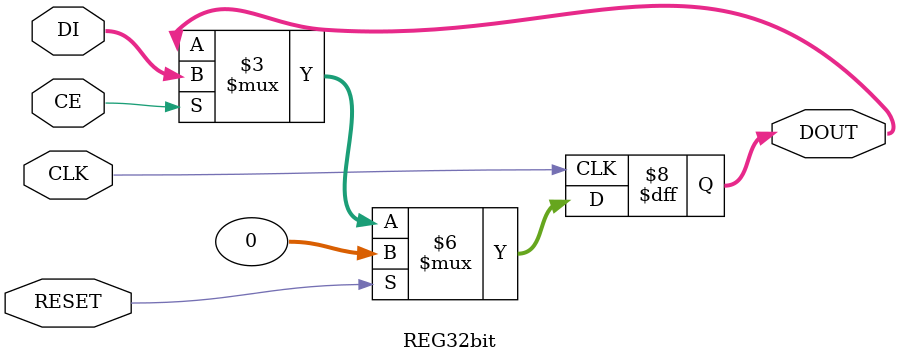
<source format=v>
`timescale 1ns / 1ps
module REG32bit(
    input CLK,
    input CE,
    input RESET,
    input [31:0] DI,
    output reg [31:0] DOUT
    );
	 
	always @ (posedge CLK) begin
	if(RESET)
		DOUT <= 32'b0;
	else if (CE)
	   DOUT <= DI;
	else
		DOUT <= DOUT;
	
	end



endmodule

</source>
